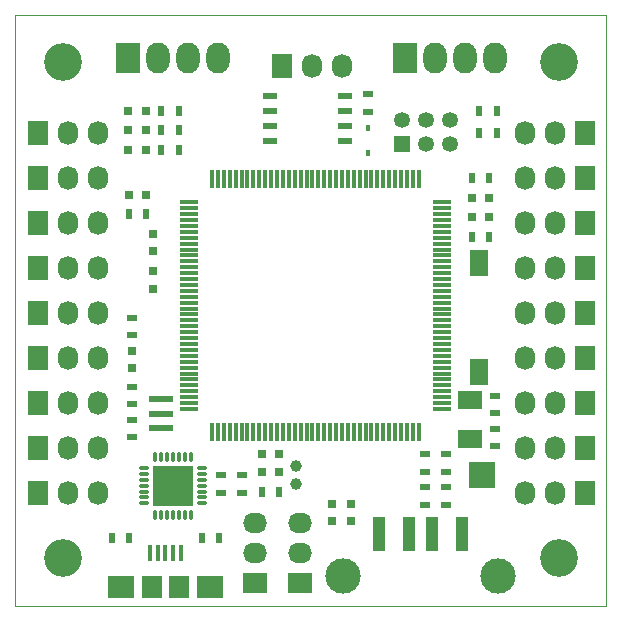
<source format=gts>
G04 #@! TF.FileFunction,Soldermask,Top*
%FSLAX46Y46*%
G04 Gerber Fmt 4.6, Leading zero omitted, Abs format (unit mm)*
G04 Created by KiCad (PCBNEW 4.0.2-stable) date 22/09/2016 0:52:13*
%MOMM*%
G01*
G04 APERTURE LIST*
%ADD10C,0.100000*%
%ADD11R,0.800000X0.750000*%
%ADD12R,0.750000X0.800000*%
%ADD13R,1.350000X1.350000*%
%ADD14C,1.350000*%
%ADD15R,0.797560X0.797560*%
%ADD16R,0.450000X0.590000*%
%ADD17R,2.032000X1.524000*%
%ADD18O,0.300000X0.850000*%
%ADD19O,0.850000X0.300000*%
%ADD20R,1.675000X1.675000*%
%ADD21R,1.727200X2.032000*%
%ADD22O,1.727200X2.032000*%
%ADD23R,0.400000X1.400000*%
%ADD24R,1.800000X1.900000*%
%ADD25R,2.300000X1.900000*%
%ADD26R,2.032000X1.727200*%
%ADD27O,2.032000X1.727200*%
%ADD28R,2.000000X2.600000*%
%ADD29O,2.000000X2.600000*%
%ADD30R,2.235200X2.235200*%
%ADD31R,1.120000X2.880000*%
%ADD32C,3.000000*%
%ADD33R,1.143000X0.508000*%
%ADD34R,0.500000X0.900000*%
%ADD35R,0.900000X0.500000*%
%ADD36R,1.600000X2.180000*%
%ADD37R,1.550000X0.300000*%
%ADD38R,0.300000X1.550000*%
%ADD39R,2.000000X0.600000*%
%ADD40C,1.000760*%
%ADD41C,3.200000*%
G04 APERTURE END LIST*
D10*
X0Y50000000D02*
X0Y0D01*
X50000000Y50000000D02*
X0Y50000000D01*
X50000000Y0D02*
X50000000Y50000000D01*
X0Y0D02*
X50000000Y0D01*
D11*
X22340000Y11303000D03*
X20840000Y11303000D03*
X22340000Y12827000D03*
X20840000Y12827000D03*
D12*
X9906000Y21578000D03*
X9906000Y20078000D03*
X26797000Y8624000D03*
X26797000Y7124000D03*
X11684000Y29984000D03*
X11684000Y31484000D03*
X28448000Y8624000D03*
X28448000Y7124000D03*
X11684000Y28309000D03*
X11684000Y26809000D03*
D13*
X32766000Y39116000D03*
D14*
X34766000Y39116000D03*
X36766000Y39116000D03*
X32766000Y41116000D03*
X34766000Y41116000D03*
X36766000Y41116000D03*
D15*
X9601200Y34798000D03*
X11099800Y34798000D03*
D16*
X29845000Y40425000D03*
X29845000Y38315000D03*
D17*
X38481000Y14097000D03*
X38481000Y17399000D03*
D15*
X9537700Y38608000D03*
X11036300Y38608000D03*
X9537700Y40259000D03*
X11036300Y40259000D03*
X9537700Y41910000D03*
X11036300Y41910000D03*
X38620700Y34544000D03*
X40119300Y34544000D03*
X38620700Y32893000D03*
X40119300Y32893000D03*
D18*
X11835000Y7710000D03*
X12335000Y7710000D03*
X12835000Y7710000D03*
X13335000Y7710000D03*
X13835000Y7710000D03*
X14335000Y7710000D03*
X14835000Y7710000D03*
D19*
X15785000Y8660000D03*
X15785000Y9160000D03*
X15785000Y9660000D03*
X15785000Y10160000D03*
X15785000Y10660000D03*
X15785000Y11160000D03*
X15785000Y11660000D03*
D18*
X14835000Y12610000D03*
X14335000Y12610000D03*
X13835000Y12610000D03*
X13335000Y12610000D03*
X12835000Y12610000D03*
X12335000Y12610000D03*
X11835000Y12610000D03*
D19*
X10885000Y11660000D03*
X10885000Y11160000D03*
X10885000Y10660000D03*
X10885000Y10160000D03*
X10885000Y9660000D03*
X10885000Y9160000D03*
X10885000Y8660000D03*
D20*
X14172500Y10997500D03*
X12497500Y10997500D03*
X14172500Y9322500D03*
X12497500Y9322500D03*
D21*
X22606000Y45720000D03*
D22*
X25146000Y45720000D03*
X27686000Y45720000D03*
D21*
X1905000Y40005000D03*
D22*
X4445000Y40005000D03*
X6985000Y40005000D03*
D21*
X1905000Y36195000D03*
D22*
X4445000Y36195000D03*
X6985000Y36195000D03*
D21*
X1905000Y32385000D03*
D22*
X4445000Y32385000D03*
X6985000Y32385000D03*
D21*
X1905000Y28575000D03*
D22*
X4445000Y28575000D03*
X6985000Y28575000D03*
D21*
X1905000Y24765000D03*
D22*
X4445000Y24765000D03*
X6985000Y24765000D03*
D21*
X1905000Y20955000D03*
D22*
X4445000Y20955000D03*
X6985000Y20955000D03*
D21*
X1905000Y17145000D03*
D22*
X4445000Y17145000D03*
X6985000Y17145000D03*
D21*
X1905000Y13335000D03*
D22*
X4445000Y13335000D03*
X6985000Y13335000D03*
D23*
X11400000Y4445000D03*
X12050000Y4445000D03*
X12700000Y4445000D03*
X13350000Y4445000D03*
X14000000Y4445000D03*
D24*
X11550000Y1595000D03*
X13850000Y1595000D03*
D25*
X8950000Y1595000D03*
X16450000Y1595000D03*
D21*
X1905000Y9525000D03*
D22*
X4445000Y9525000D03*
X6985000Y9525000D03*
D26*
X20320000Y1905000D03*
D27*
X20320000Y4445000D03*
X20320000Y6985000D03*
D26*
X24130000Y1905000D03*
D27*
X24130000Y4445000D03*
X24130000Y6985000D03*
D21*
X48260000Y9525000D03*
D22*
X45720000Y9525000D03*
X43180000Y9525000D03*
D21*
X48260000Y13335000D03*
D22*
X45720000Y13335000D03*
X43180000Y13335000D03*
D21*
X48260000Y17145000D03*
D22*
X45720000Y17145000D03*
X43180000Y17145000D03*
D21*
X48260000Y20955000D03*
D22*
X45720000Y20955000D03*
X43180000Y20955000D03*
D21*
X48260000Y24765000D03*
D22*
X45720000Y24765000D03*
X43180000Y24765000D03*
D21*
X48260000Y28575000D03*
D22*
X45720000Y28575000D03*
X43180000Y28575000D03*
D21*
X48260000Y32385000D03*
D22*
X45720000Y32385000D03*
X43180000Y32385000D03*
D21*
X48260000Y36195000D03*
D22*
X45720000Y36195000D03*
X43180000Y36195000D03*
D21*
X48260000Y40005000D03*
D22*
X45720000Y40005000D03*
X43180000Y40005000D03*
D28*
X33020000Y46355000D03*
D29*
X35560000Y46355000D03*
X38100000Y46355000D03*
X40640000Y46355000D03*
D28*
X9525000Y46355000D03*
D29*
X12065000Y46355000D03*
X14605000Y46355000D03*
X17145000Y46355000D03*
D30*
X39497000Y11049000D03*
D31*
X30790000Y6096000D03*
X33290000Y6096000D03*
X35290000Y6096000D03*
X37790000Y6096000D03*
D32*
X27720000Y2516000D03*
X40860000Y2516000D03*
D33*
X21590000Y39370000D03*
X21590000Y40640000D03*
X21590000Y41910000D03*
X21590000Y43180000D03*
X27940000Y43180000D03*
X27940000Y41910000D03*
X27940000Y40640000D03*
X27940000Y39370000D03*
D34*
X11100500Y33147000D03*
X9600500Y33147000D03*
D35*
X17399000Y9537000D03*
X17399000Y11037000D03*
X19177000Y9537000D03*
X19177000Y11037000D03*
X9906000Y15736000D03*
X9906000Y14236000D03*
X9906000Y18530000D03*
X9906000Y17030000D03*
D34*
X39255000Y40005000D03*
X40755000Y40005000D03*
X39255000Y41910000D03*
X40755000Y41910000D03*
D35*
X29845000Y41795000D03*
X29845000Y43295000D03*
X40640000Y13474000D03*
X40640000Y14974000D03*
X40640000Y16268000D03*
X40640000Y17768000D03*
X9906000Y22872000D03*
X9906000Y24372000D03*
D34*
X12331000Y38608000D03*
X13831000Y38608000D03*
D35*
X34671000Y11315000D03*
X34671000Y12815000D03*
X36449000Y11315000D03*
X36449000Y12815000D03*
D34*
X12331000Y40259000D03*
X13831000Y40259000D03*
X12331000Y41910000D03*
X13831000Y41910000D03*
X40120000Y36195000D03*
X38620000Y36195000D03*
X40120000Y31242000D03*
X38620000Y31242000D03*
X20840000Y9652000D03*
X22340000Y9652000D03*
D36*
X39245320Y28986430D03*
X39240680Y19781570D03*
D37*
X14700000Y34150000D03*
X14700000Y33650000D03*
X14700000Y33150000D03*
X14700000Y32650000D03*
X14700000Y32150000D03*
X14700000Y31650000D03*
X14700000Y31150000D03*
X14700000Y30650000D03*
X14700000Y30150000D03*
X14700000Y29650000D03*
X14700000Y29150000D03*
X14700000Y28650000D03*
X14700000Y28150000D03*
X14700000Y27650000D03*
X14700000Y27150000D03*
X14700000Y26650000D03*
X14700000Y26150000D03*
X14700000Y25650000D03*
X14700000Y25150000D03*
X14700000Y24650000D03*
X14700000Y24150000D03*
X14700000Y23650000D03*
X14700000Y23150000D03*
X14700000Y22650000D03*
X14700000Y22150000D03*
X14700000Y21650000D03*
X14700000Y21150000D03*
X14700000Y20650000D03*
X14700000Y20150000D03*
X14700000Y19650000D03*
X14700000Y19150000D03*
X14700000Y18650000D03*
X14700000Y18150000D03*
X14700000Y17650000D03*
X14700000Y17150000D03*
X14700000Y16650000D03*
D38*
X16650000Y14700000D03*
X17150000Y14700000D03*
X17650000Y14700000D03*
X18150000Y14700000D03*
X18650000Y14700000D03*
X19150000Y14700000D03*
X19650000Y14700000D03*
X20150000Y14700000D03*
X20650000Y14700000D03*
X21150000Y14700000D03*
X21650000Y14700000D03*
X22150000Y14700000D03*
X22650000Y14700000D03*
X23150000Y14700000D03*
X23650000Y14700000D03*
X24150000Y14700000D03*
X24650000Y14700000D03*
X25150000Y14700000D03*
X25650000Y14700000D03*
X26150000Y14700000D03*
X26650000Y14700000D03*
X27150000Y14700000D03*
X27650000Y14700000D03*
X28150000Y14700000D03*
X28650000Y14700000D03*
X29150000Y14700000D03*
X29650000Y14700000D03*
X30150000Y14700000D03*
X30650000Y14700000D03*
X31150000Y14700000D03*
X31650000Y14700000D03*
X32150000Y14700000D03*
X32650000Y14700000D03*
X33150000Y14700000D03*
X33650000Y14700000D03*
X34150000Y14700000D03*
D37*
X36100000Y16650000D03*
X36100000Y17150000D03*
X36100000Y17650000D03*
X36100000Y18150000D03*
X36100000Y18650000D03*
X36100000Y19150000D03*
X36100000Y19650000D03*
X36100000Y20150000D03*
X36100000Y20650000D03*
X36100000Y21150000D03*
X36100000Y21650000D03*
X36100000Y22150000D03*
X36100000Y22650000D03*
X36100000Y23150000D03*
X36100000Y23650000D03*
X36100000Y24150000D03*
X36100000Y24650000D03*
X36100000Y25150000D03*
X36100000Y25650000D03*
X36100000Y26150000D03*
X36100000Y26650000D03*
X36100000Y27150000D03*
X36100000Y27650000D03*
X36100000Y28150000D03*
X36100000Y28650000D03*
X36100000Y29150000D03*
X36100000Y29650000D03*
X36100000Y30150000D03*
X36100000Y30650000D03*
X36100000Y31150000D03*
X36100000Y31650000D03*
X36100000Y32150000D03*
X36100000Y32650000D03*
X36100000Y33150000D03*
X36100000Y33650000D03*
X36100000Y34150000D03*
D38*
X34150000Y36100000D03*
X33650000Y36100000D03*
X33150000Y36100000D03*
X32650000Y36100000D03*
X32150000Y36100000D03*
X31650000Y36100000D03*
X31150000Y36100000D03*
X30650000Y36100000D03*
X30150000Y36100000D03*
X29650000Y36100000D03*
X29150000Y36100000D03*
X28650000Y36100000D03*
X28150000Y36100000D03*
X27650000Y36100000D03*
X27150000Y36100000D03*
X26650000Y36100000D03*
X26150000Y36100000D03*
X25650000Y36100000D03*
X25150000Y36100000D03*
X24650000Y36100000D03*
X24150000Y36100000D03*
X23650000Y36100000D03*
X23150000Y36100000D03*
X22650000Y36100000D03*
X22150000Y36100000D03*
X21650000Y36100000D03*
X21150000Y36100000D03*
X20650000Y36100000D03*
X20150000Y36100000D03*
X19650000Y36100000D03*
X19150000Y36100000D03*
X18650000Y36100000D03*
X18150000Y36100000D03*
X17650000Y36100000D03*
X17150000Y36100000D03*
X16650000Y36100000D03*
D34*
X9640000Y5715000D03*
X8140000Y5715000D03*
X15760000Y5715000D03*
X17260000Y5715000D03*
D35*
X36449000Y8521000D03*
X36449000Y10021000D03*
X34671000Y8521000D03*
X34671000Y10021000D03*
D39*
X12319000Y16256000D03*
X12319000Y17456000D03*
X12319000Y15056000D03*
D40*
X23749000Y11798300D03*
X23749000Y10299700D03*
D41*
X4000000Y46000000D03*
X46000000Y46000000D03*
X4000000Y4000000D03*
X46000000Y4000000D03*
M02*

</source>
